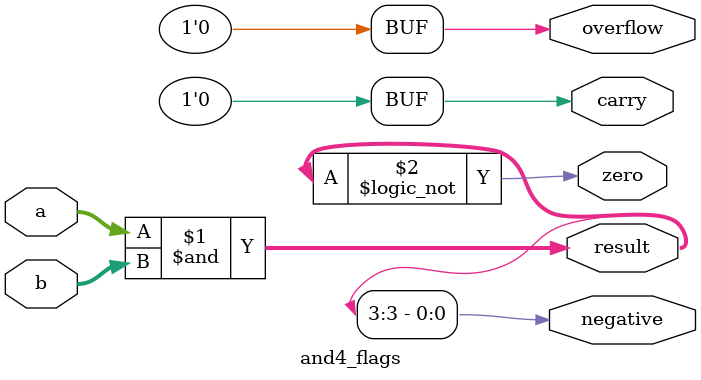
<source format=sv>
module and4_flags(
    input  logic [3:0] a,
    input  logic [3:0] b,
    output logic [3:0] result,
    output logic       zero,
    output logic       negative,
    output logic       carry,
    output logic       overflow
);
    assign result   = a & b;
    assign zero     = (result == 4'b0000);
    assign negative = result[3];
    assign carry    = 1'b0;
    assign overflow = 1'b0;
endmodule
</source>
